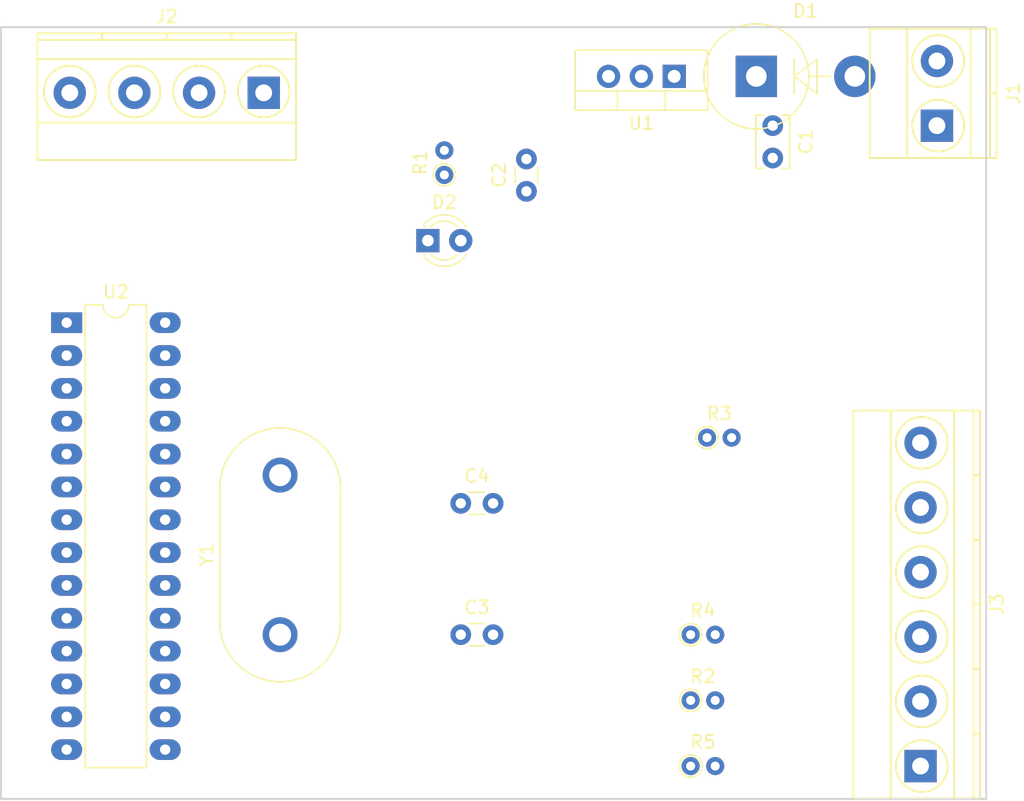
<source format=kicad_pcb>
(kicad_pcb (version 4) (host pcbnew 4.0.6-e0-6349~53~ubuntu16.04.1)

  (general
    (links 34)
    (no_connects 34)
    (area 121.844999 79.934999 198.195001 139.775001)
    (thickness 1.6)
    (drawings 4)
    (tracks 0)
    (zones 0)
    (modules 17)
    (nets 31)
  )

  (page A4)
  (layers
    (0 F.Cu signal)
    (31 B.Cu signal)
    (32 B.Adhes user)
    (33 F.Adhes user)
    (34 B.Paste user)
    (35 F.Paste user)
    (36 B.SilkS user)
    (37 F.SilkS user)
    (38 B.Mask user)
    (39 F.Mask user)
    (40 Dwgs.User user)
    (41 Cmts.User user)
    (42 Eco1.User user)
    (43 Eco2.User user)
    (44 Edge.Cuts user)
    (45 Margin user)
    (46 B.CrtYd user)
    (47 F.CrtYd user)
    (48 B.Fab user)
    (49 F.Fab user)
  )

  (setup
    (last_trace_width 0.25)
    (trace_clearance 0.2)
    (zone_clearance 0.508)
    (zone_45_only no)
    (trace_min 0.2)
    (segment_width 0.2)
    (edge_width 0.15)
    (via_size 0.6)
    (via_drill 0.4)
    (via_min_size 0.4)
    (via_min_drill 0.3)
    (uvia_size 0.3)
    (uvia_drill 0.1)
    (uvias_allowed no)
    (uvia_min_size 0.2)
    (uvia_min_drill 0.1)
    (pcb_text_width 0.3)
    (pcb_text_size 1.5 1.5)
    (mod_edge_width 0.15)
    (mod_text_size 1 1)
    (mod_text_width 0.15)
    (pad_size 1.524 1.524)
    (pad_drill 0.762)
    (pad_to_mask_clearance 0.2)
    (aux_axis_origin 0 0)
    (visible_elements FFFFFF7F)
    (pcbplotparams
      (layerselection 0x00030_80000001)
      (usegerberextensions false)
      (excludeedgelayer true)
      (linewidth 0.100000)
      (plotframeref false)
      (viasonmask false)
      (mode 1)
      (useauxorigin false)
      (hpglpennumber 1)
      (hpglpenspeed 20)
      (hpglpendiameter 15)
      (hpglpenoverlay 2)
      (psnegative false)
      (psa4output false)
      (plotreference true)
      (plotvalue true)
      (plotinvisibletext false)
      (padsonsilk false)
      (subtractmaskfromsilk false)
      (outputformat 1)
      (mirror false)
      (drillshape 1)
      (scaleselection 1)
      (outputdirectory ""))
  )

  (net 0 "")
  (net 1 "Net-(C1-Pad1)")
  (net 2 "Net-(C1-Pad2)")
  (net 3 "Net-(C2-Pad1)")
  (net 4 "Net-(D1-Pad2)")
  (net 5 "Net-(D2-Pad2)")
  (net 6 "Net-(J2-Pad4)")
  (net 7 "Net-(J2-Pad3)")
  (net 8 "Net-(J3-Pad6)")
  (net 9 "Net-(J3-Pad3)")
  (net 10 "Net-(J3-Pad1)")
  (net 11 "Net-(R2-Pad1)")
  (net 12 "Net-(U2-Pad1)")
  (net 13 "Net-(U2-Pad15)")
  (net 14 "Net-(U2-Pad2)")
  (net 15 "Net-(U2-Pad16)")
  (net 16 "Net-(U2-Pad3)")
  (net 17 "Net-(U2-Pad17)")
  (net 18 "Net-(U2-Pad4)")
  (net 19 "Net-(U2-Pad18)")
  (net 20 "Net-(U2-Pad5)")
  (net 21 "Net-(U2-Pad19)")
  (net 22 "Net-(U2-Pad6)")
  (net 23 "Net-(U2-Pad21)")
  (net 24 "Net-(U2-Pad11)")
  (net 25 "Net-(U2-Pad12)")
  (net 26 "Net-(U2-Pad26)")
  (net 27 "Net-(U2-Pad13)")
  (net 28 "Net-(U2-Pad14)")
  (net 29 "Net-(C3-Pad2)")
  (net 30 "Net-(C4-Pad2)")

  (net_class Default "This is the default net class."
    (clearance 0.2)
    (trace_width 0.25)
    (via_dia 0.6)
    (via_drill 0.4)
    (uvia_dia 0.3)
    (uvia_drill 0.1)
    (add_net "Net-(C1-Pad1)")
    (add_net "Net-(C1-Pad2)")
    (add_net "Net-(C2-Pad1)")
    (add_net "Net-(C3-Pad2)")
    (add_net "Net-(C4-Pad2)")
    (add_net "Net-(D1-Pad2)")
    (add_net "Net-(D2-Pad2)")
    (add_net "Net-(J2-Pad3)")
    (add_net "Net-(J2-Pad4)")
    (add_net "Net-(J3-Pad1)")
    (add_net "Net-(J3-Pad3)")
    (add_net "Net-(J3-Pad6)")
    (add_net "Net-(R2-Pad1)")
    (add_net "Net-(U2-Pad1)")
    (add_net "Net-(U2-Pad11)")
    (add_net "Net-(U2-Pad12)")
    (add_net "Net-(U2-Pad13)")
    (add_net "Net-(U2-Pad14)")
    (add_net "Net-(U2-Pad15)")
    (add_net "Net-(U2-Pad16)")
    (add_net "Net-(U2-Pad17)")
    (add_net "Net-(U2-Pad18)")
    (add_net "Net-(U2-Pad19)")
    (add_net "Net-(U2-Pad2)")
    (add_net "Net-(U2-Pad21)")
    (add_net "Net-(U2-Pad26)")
    (add_net "Net-(U2-Pad3)")
    (add_net "Net-(U2-Pad4)")
    (add_net "Net-(U2-Pad5)")
    (add_net "Net-(U2-Pad6)")
  )

  (module Connectors_Terminal_Blocks:TerminalBlock_Pheonix_MKDS1.5-4pol (layer F.Cu) (tedit 56300847) (tstamp 59AEBF28)
    (at 142.24 85.09 180)
    (descr "4-way 5mm pitch terminal block, Phoenix MKDS series")
    (path /59AEC5D9)
    (fp_text reference J2 (at 7.5 5.9 180) (layer F.SilkS)
      (effects (font (size 1 1) (thickness 0.15)))
    )
    (fp_text value "Con. LCD(-,+,SDA,SCL)" (at 7.5 -6.6 180) (layer F.Fab)
      (effects (font (size 1 1) (thickness 0.15)))
    )
    (fp_line (start -2.7 -5.4) (end 17.7 -5.4) (layer F.CrtYd) (width 0.05))
    (fp_line (start -2.7 4.8) (end -2.7 -5.4) (layer F.CrtYd) (width 0.05))
    (fp_line (start 17.7 4.8) (end -2.7 4.8) (layer F.CrtYd) (width 0.05))
    (fp_line (start 17.7 -5.4) (end 17.7 4.8) (layer F.CrtYd) (width 0.05))
    (fp_line (start 12.5 4.1) (end 12.5 4.6) (layer F.SilkS) (width 0.15))
    (fp_circle (center 15 0.1) (end 13 0.1) (layer F.SilkS) (width 0.15))
    (fp_circle (center 10 0.1) (end 8 0.1) (layer F.SilkS) (width 0.15))
    (fp_line (start 7.5 4.1) (end 7.5 4.6) (layer F.SilkS) (width 0.15))
    (fp_line (start 2.5 4.1) (end 2.5 4.6) (layer F.SilkS) (width 0.15))
    (fp_circle (center 5 0.1) (end 3 0.1) (layer F.SilkS) (width 0.15))
    (fp_circle (center 0 0.1) (end 2 0.1) (layer F.SilkS) (width 0.15))
    (fp_line (start -2.5 2.6) (end 17.5 2.6) (layer F.SilkS) (width 0.15))
    (fp_line (start -2.5 -2.3) (end 17.5 -2.3) (layer F.SilkS) (width 0.15))
    (fp_line (start -2.5 4.1) (end 17.5 4.1) (layer F.SilkS) (width 0.15))
    (fp_line (start -2.5 4.6) (end 17.5 4.6) (layer F.SilkS) (width 0.15))
    (fp_line (start 17.5 4.6) (end 17.5 -5.2) (layer F.SilkS) (width 0.15))
    (fp_line (start 17.5 -5.2) (end -2.5 -5.2) (layer F.SilkS) (width 0.15))
    (fp_line (start -2.5 -5.2) (end -2.5 4.6) (layer F.SilkS) (width 0.15))
    (pad 4 thru_hole circle (at 15 0 180) (size 2.5 2.5) (drill 1.3) (layers *.Cu *.Mask)
      (net 6 "Net-(J2-Pad4)"))
    (pad 3 thru_hole circle (at 10 0 180) (size 2.5 2.5) (drill 1.3) (layers *.Cu *.Mask)
      (net 7 "Net-(J2-Pad3)"))
    (pad 1 thru_hole rect (at 0 0 180) (size 2.5 2.5) (drill 1.3) (layers *.Cu *.Mask)
      (net 2 "Net-(C1-Pad2)"))
    (pad 2 thru_hole circle (at 5 0 180) (size 2.5 2.5) (drill 1.3) (layers *.Cu *.Mask)
      (net 3 "Net-(C2-Pad1)"))
    (model Terminal_Blocks.3dshapes/TerminalBlock_Pheonix_MKDS1.5-4pol.wrl
      (at (xyz 0.2953 0 0))
      (scale (xyz 1 1 1))
      (rotate (xyz 0 0 0))
    )
  )

  (module Capacitors_THT:C_Rect_L4.0mm_W2.5mm_P2.50mm (layer F.Cu) (tedit 597BC7C2) (tstamp 59AEBF08)
    (at 181.61 87.63 270)
    (descr "C, Rect series, Radial, pin pitch=2.50mm, , length*width=4*2.5mm^2, Capacitor")
    (tags "C Rect series Radial pin pitch 2.50mm  length 4mm width 2.5mm Capacitor")
    (path /59AEADD8)
    (fp_text reference C1 (at 1.25 -2.56 270) (layer F.SilkS)
      (effects (font (size 1 1) (thickness 0.15)))
    )
    (fp_text value 330nF (at 1.25 2.56 270) (layer F.Fab)
      (effects (font (size 1 1) (thickness 0.15)))
    )
    (fp_line (start -0.75 -1.25) (end -0.75 1.25) (layer F.Fab) (width 0.1))
    (fp_line (start -0.75 1.25) (end 3.25 1.25) (layer F.Fab) (width 0.1))
    (fp_line (start 3.25 1.25) (end 3.25 -1.25) (layer F.Fab) (width 0.1))
    (fp_line (start 3.25 -1.25) (end -0.75 -1.25) (layer F.Fab) (width 0.1))
    (fp_line (start -0.81 -1.31) (end 3.31 -1.31) (layer F.SilkS) (width 0.12))
    (fp_line (start -0.81 1.31) (end 3.31 1.31) (layer F.SilkS) (width 0.12))
    (fp_line (start -0.81 -1.31) (end -0.81 -0.75) (layer F.SilkS) (width 0.12))
    (fp_line (start -0.81 0.75) (end -0.81 1.31) (layer F.SilkS) (width 0.12))
    (fp_line (start 3.31 -1.31) (end 3.31 -0.75) (layer F.SilkS) (width 0.12))
    (fp_line (start 3.31 0.75) (end 3.31 1.31) (layer F.SilkS) (width 0.12))
    (fp_line (start -1.1 -1.6) (end -1.1 1.6) (layer F.CrtYd) (width 0.05))
    (fp_line (start -1.1 1.6) (end 3.6 1.6) (layer F.CrtYd) (width 0.05))
    (fp_line (start 3.6 1.6) (end 3.6 -1.6) (layer F.CrtYd) (width 0.05))
    (fp_line (start 3.6 -1.6) (end -1.1 -1.6) (layer F.CrtYd) (width 0.05))
    (fp_text user %R (at 1.25 0 270) (layer F.Fab)
      (effects (font (size 1 1) (thickness 0.15)))
    )
    (pad 1 thru_hole circle (at 0 0 270) (size 1.6 1.6) (drill 0.8) (layers *.Cu *.Mask)
      (net 1 "Net-(C1-Pad1)"))
    (pad 2 thru_hole circle (at 2.5 0 270) (size 1.6 1.6) (drill 0.8) (layers *.Cu *.Mask)
      (net 2 "Net-(C1-Pad2)"))
    (model ${KISYS3DMOD}/Capacitors_THT.3dshapes/C_Rect_L4.0mm_W2.5mm_P2.50mm.wrl
      (at (xyz 0 0 0))
      (scale (xyz 1 1 1))
      (rotate (xyz 0 0 0))
    )
  )

  (module Capacitors_THT:C_Disc_D3.0mm_W1.6mm_P2.50mm (layer F.Cu) (tedit 597BC7C2) (tstamp 59AEBF0E)
    (at 162.56 92.71 90)
    (descr "C, Disc series, Radial, pin pitch=2.50mm, , diameter*width=3.0*1.6mm^2, Capacitor, http://www.vishay.com/docs/45233/krseries.pdf")
    (tags "C Disc series Radial pin pitch 2.50mm  diameter 3.0mm width 1.6mm Capacitor")
    (path /59AEAEC9)
    (fp_text reference C2 (at 1.25 -2.11 90) (layer F.SilkS)
      (effects (font (size 1 1) (thickness 0.15)))
    )
    (fp_text value 100nF (at 1.25 2.11 90) (layer F.Fab)
      (effects (font (size 1 1) (thickness 0.15)))
    )
    (fp_line (start -0.25 -0.8) (end -0.25 0.8) (layer F.Fab) (width 0.1))
    (fp_line (start -0.25 0.8) (end 2.75 0.8) (layer F.Fab) (width 0.1))
    (fp_line (start 2.75 0.8) (end 2.75 -0.8) (layer F.Fab) (width 0.1))
    (fp_line (start 2.75 -0.8) (end -0.25 -0.8) (layer F.Fab) (width 0.1))
    (fp_line (start 0.663 -0.861) (end 1.837 -0.861) (layer F.SilkS) (width 0.12))
    (fp_line (start 0.663 0.861) (end 1.837 0.861) (layer F.SilkS) (width 0.12))
    (fp_line (start -1.05 -1.15) (end -1.05 1.15) (layer F.CrtYd) (width 0.05))
    (fp_line (start -1.05 1.15) (end 3.55 1.15) (layer F.CrtYd) (width 0.05))
    (fp_line (start 3.55 1.15) (end 3.55 -1.15) (layer F.CrtYd) (width 0.05))
    (fp_line (start 3.55 -1.15) (end -1.05 -1.15) (layer F.CrtYd) (width 0.05))
    (fp_text user %R (at 1.25 0 90) (layer F.Fab)
      (effects (font (size 1 1) (thickness 0.15)))
    )
    (pad 1 thru_hole circle (at 0 0 90) (size 1.6 1.6) (drill 0.8) (layers *.Cu *.Mask)
      (net 3 "Net-(C2-Pad1)"))
    (pad 2 thru_hole circle (at 2.5 0 90) (size 1.6 1.6) (drill 0.8) (layers *.Cu *.Mask)
      (net 2 "Net-(C1-Pad2)"))
    (model ${KISYS3DMOD}/Capacitors_THT.3dshapes/C_Disc_D3.0mm_W1.6mm_P2.50mm.wrl
      (at (xyz 0 0 0))
      (scale (xyz 1 1 1))
      (rotate (xyz 0 0 0))
    )
  )

  (module Diodes_THT:D_5KPW_P7.62mm_Vertical_AnodeUp (layer F.Cu) (tedit 5921392E) (tstamp 59AEBF14)
    (at 180.34 83.82)
    (descr "D, 5KPW series, Axial, Vertical, pin pitch=7.62mm, , length*diameter=9*8mm^2, , http://www.diodes.com/_files/packages/8686949.gif")
    (tags "D 5KPW series Axial Vertical pin pitch 7.62mm  length 9mm diameter 8mm")
    (path /59AEAD7B)
    (fp_text reference D1 (at 3.81 -5.06) (layer F.SilkS)
      (effects (font (size 1 1) (thickness 0.15)))
    )
    (fp_text value 1N4007 (at 3.81 5.06) (layer F.Fab)
      (effects (font (size 1 1) (thickness 0.15)))
    )
    (fp_text user K (at -4.76 0) (layer F.Fab)
      (effects (font (size 1 1) (thickness 0.15)))
    )
    (fp_text user %R (at 3.81 0) (layer F.Fab)
      (effects (font (size 1 1) (thickness 0.15)))
    )
    (fp_line (start 0 0) (end 7.62 0) (layer F.Fab) (width 0.1))
    (fp_line (start 4.06 0) (end 5.72 0) (layer F.SilkS) (width 0.12))
    (fp_line (start 2.921 -1.3335) (end 2.921 1.3335) (layer F.SilkS) (width 0.12))
    (fp_line (start 2.921 0) (end 4.699 -1.3335) (layer F.SilkS) (width 0.12))
    (fp_line (start 4.699 -1.3335) (end 4.699 1.3335) (layer F.SilkS) (width 0.12))
    (fp_line (start 4.699 1.3335) (end 2.921 0) (layer F.SilkS) (width 0.12))
    (fp_line (start -4.35 -4.35) (end -4.35 4.35) (layer F.CrtYd) (width 0.05))
    (fp_line (start -4.35 4.35) (end 9.55 4.35) (layer F.CrtYd) (width 0.05))
    (fp_line (start 9.55 4.35) (end 9.55 -4.35) (layer F.CrtYd) (width 0.05))
    (fp_line (start 9.55 -4.35) (end -4.35 -4.35) (layer F.CrtYd) (width 0.05))
    (fp_circle (center 0 0) (end 4 0) (layer F.Fab) (width 0.1))
    (fp_circle (center 0 0) (end 4.06 0) (layer F.SilkS) (width 0.12))
    (pad 1 thru_hole rect (at 0 0) (size 3.2 3.2) (drill 1.6) (layers *.Cu *.Mask)
      (net 1 "Net-(C1-Pad1)"))
    (pad 2 thru_hole oval (at 7.62 0) (size 3.2 3.2) (drill 1.6) (layers *.Cu *.Mask)
      (net 4 "Net-(D1-Pad2)"))
    (model ${KISYS3DMOD}/Diodes_THT.3dshapes/D_5KPW_P7.62mm_Vertical_AnodeUp.wrl
      (at (xyz 0 0 0))
      (scale (xyz 0.393701 0.393701 0.393701))
      (rotate (xyz 0 0 0))
    )
  )

  (module LEDs:LED_D3.0mm (layer F.Cu) (tedit 587A3A7B) (tstamp 59AEBF1A)
    (at 154.94 96.52)
    (descr "LED, diameter 3.0mm, 2 pins")
    (tags "LED diameter 3.0mm 2 pins")
    (path /59AEAF46)
    (fp_text reference D2 (at 1.27 -2.96) (layer F.SilkS)
      (effects (font (size 1 1) (thickness 0.15)))
    )
    (fp_text value LED (at 1.27 2.96) (layer F.Fab)
      (effects (font (size 1 1) (thickness 0.15)))
    )
    (fp_arc (start 1.27 0) (end -0.23 -1.16619) (angle 284.3) (layer F.Fab) (width 0.1))
    (fp_arc (start 1.27 0) (end -0.29 -1.235516) (angle 108.8) (layer F.SilkS) (width 0.12))
    (fp_arc (start 1.27 0) (end -0.29 1.235516) (angle -108.8) (layer F.SilkS) (width 0.12))
    (fp_arc (start 1.27 0) (end 0.229039 -1.08) (angle 87.9) (layer F.SilkS) (width 0.12))
    (fp_arc (start 1.27 0) (end 0.229039 1.08) (angle -87.9) (layer F.SilkS) (width 0.12))
    (fp_circle (center 1.27 0) (end 2.77 0) (layer F.Fab) (width 0.1))
    (fp_line (start -0.23 -1.16619) (end -0.23 1.16619) (layer F.Fab) (width 0.1))
    (fp_line (start -0.29 -1.236) (end -0.29 -1.08) (layer F.SilkS) (width 0.12))
    (fp_line (start -0.29 1.08) (end -0.29 1.236) (layer F.SilkS) (width 0.12))
    (fp_line (start -1.15 -2.25) (end -1.15 2.25) (layer F.CrtYd) (width 0.05))
    (fp_line (start -1.15 2.25) (end 3.7 2.25) (layer F.CrtYd) (width 0.05))
    (fp_line (start 3.7 2.25) (end 3.7 -2.25) (layer F.CrtYd) (width 0.05))
    (fp_line (start 3.7 -2.25) (end -1.15 -2.25) (layer F.CrtYd) (width 0.05))
    (pad 1 thru_hole rect (at 0 0) (size 1.8 1.8) (drill 0.9) (layers *.Cu *.Mask)
      (net 2 "Net-(C1-Pad2)"))
    (pad 2 thru_hole circle (at 2.54 0) (size 1.8 1.8) (drill 0.9) (layers *.Cu *.Mask)
      (net 5 "Net-(D2-Pad2)"))
    (model ${KISYS3DMOD}/LEDs.3dshapes/LED_D3.0mm.wrl
      (at (xyz 0 0 0))
      (scale (xyz 0.393701 0.393701 0.393701))
      (rotate (xyz 0 0 0))
    )
  )

  (module Connectors_Terminal_Blocks:TerminalBlock_Pheonix_MKDS1.5-2pol (layer F.Cu) (tedit 563007E4) (tstamp 59AEBF20)
    (at 194.31 87.63 90)
    (descr "2-way 5mm pitch terminal block, Phoenix MKDS series")
    (path /59AEC4C3)
    (fp_text reference J1 (at 2.5 5.9 90) (layer F.SilkS)
      (effects (font (size 1 1) (thickness 0.15)))
    )
    (fp_text value "Alimentare(+,-)" (at 2.5 -6.6 90) (layer F.Fab)
      (effects (font (size 1 1) (thickness 0.15)))
    )
    (fp_line (start -2.7 -5.4) (end 7.7 -5.4) (layer F.CrtYd) (width 0.05))
    (fp_line (start -2.7 4.8) (end -2.7 -5.4) (layer F.CrtYd) (width 0.05))
    (fp_line (start 7.7 4.8) (end -2.7 4.8) (layer F.CrtYd) (width 0.05))
    (fp_line (start 7.7 -5.4) (end 7.7 4.8) (layer F.CrtYd) (width 0.05))
    (fp_line (start 2.5 4.1) (end 2.5 4.6) (layer F.SilkS) (width 0.15))
    (fp_circle (center 5 0.1) (end 3 0.1) (layer F.SilkS) (width 0.15))
    (fp_circle (center 0 0.1) (end 2 0.1) (layer F.SilkS) (width 0.15))
    (fp_line (start -2.5 2.6) (end 7.5 2.6) (layer F.SilkS) (width 0.15))
    (fp_line (start -2.5 -2.3) (end 7.5 -2.3) (layer F.SilkS) (width 0.15))
    (fp_line (start -2.5 4.1) (end 7.5 4.1) (layer F.SilkS) (width 0.15))
    (fp_line (start -2.5 4.6) (end 7.5 4.6) (layer F.SilkS) (width 0.15))
    (fp_line (start 7.5 4.6) (end 7.5 -5.2) (layer F.SilkS) (width 0.15))
    (fp_line (start 7.5 -5.2) (end -2.5 -5.2) (layer F.SilkS) (width 0.15))
    (fp_line (start -2.5 -5.2) (end -2.5 4.6) (layer F.SilkS) (width 0.15))
    (pad 1 thru_hole rect (at 0 0 90) (size 2.5 2.5) (drill 1.3) (layers *.Cu *.Mask)
      (net 4 "Net-(D1-Pad2)"))
    (pad 2 thru_hole circle (at 5 0 90) (size 2.5 2.5) (drill 1.3) (layers *.Cu *.Mask)
      (net 2 "Net-(C1-Pad2)"))
    (model Terminal_Blocks.3dshapes/TerminalBlock_Pheonix_MKDS1.5-2pol.wrl
      (at (xyz 0.0984 0 0))
      (scale (xyz 1 1 1))
      (rotate (xyz 0 0 0))
    )
  )

  (module Connectors_Terminal_Blocks:TerminalBlock_Pheonix_MKDS1.5-6pol (layer F.Cu) (tedit 563008B5) (tstamp 59AEBF32)
    (at 193.04 137.16 90)
    (descr "6-way 5mm pitch terminal block, Phoenix MKDS series")
    (path /59AEBE07)
    (fp_text reference J3 (at 12.5 5.9 90) (layer F.SilkS)
      (effects (font (size 1 1) (thickness 0.15)))
    )
    (fp_text value "Con. externi(+,-,-,+,+,-)" (at 12.5 -6.6 90) (layer F.Fab)
      (effects (font (size 1 1) (thickness 0.15)))
    )
    (fp_line (start -2.7 -5.4) (end 27.7 -5.4) (layer F.CrtYd) (width 0.05))
    (fp_line (start -2.7 4.8) (end -2.7 -5.4) (layer F.CrtYd) (width 0.05))
    (fp_line (start 27.7 4.8) (end -2.7 4.8) (layer F.CrtYd) (width 0.05))
    (fp_line (start 27.7 -5.4) (end 27.7 4.8) (layer F.CrtYd) (width 0.05))
    (fp_circle (center 25 0.1) (end 23 0.1) (layer F.SilkS) (width 0.15))
    (fp_line (start 22.5 4.1) (end 22.5 4.6) (layer F.SilkS) (width 0.15))
    (fp_line (start 17.5 4.1) (end 17.5 4.6) (layer F.SilkS) (width 0.15))
    (fp_circle (center 20 0.1) (end 18 0.1) (layer F.SilkS) (width 0.15))
    (fp_line (start 12.5 4.1) (end 12.5 4.6) (layer F.SilkS) (width 0.15))
    (fp_circle (center 15 0.1) (end 13 0.1) (layer F.SilkS) (width 0.15))
    (fp_circle (center 10 0.1) (end 8 0.1) (layer F.SilkS) (width 0.15))
    (fp_line (start 7.5 4.1) (end 7.5 4.6) (layer F.SilkS) (width 0.15))
    (fp_line (start 2.5 4.1) (end 2.5 4.6) (layer F.SilkS) (width 0.15))
    (fp_circle (center 5 0.1) (end 3 0.1) (layer F.SilkS) (width 0.15))
    (fp_circle (center 0 0.1) (end 2 0.1) (layer F.SilkS) (width 0.15))
    (fp_line (start -2.5 2.6) (end 27.5 2.6) (layer F.SilkS) (width 0.15))
    (fp_line (start -2.5 -2.3) (end 27.5 -2.3) (layer F.SilkS) (width 0.15))
    (fp_line (start -2.5 4.1) (end 27.5 4.1) (layer F.SilkS) (width 0.15))
    (fp_line (start -2.5 4.6) (end 27.5 4.6) (layer F.SilkS) (width 0.15))
    (fp_line (start 27.5 4.6) (end 27.5 -5.2) (layer F.SilkS) (width 0.15))
    (fp_line (start 27.5 -5.2) (end -2.5 -5.2) (layer F.SilkS) (width 0.15))
    (fp_line (start -2.5 -5.2) (end -2.5 4.6) (layer F.SilkS) (width 0.15))
    (pad 6 thru_hole circle (at 25 0 90) (size 2.5 2.5) (drill 1.3) (layers *.Cu *.Mask)
      (net 8 "Net-(J3-Pad6)"))
    (pad 5 thru_hole circle (at 20 0 90) (size 2.5 2.5) (drill 1.3) (layers *.Cu *.Mask)
      (net 3 "Net-(C2-Pad1)"))
    (pad 4 thru_hole circle (at 15 0 90) (size 2.5 2.5) (drill 1.3) (layers *.Cu *.Mask)
      (net 3 "Net-(C2-Pad1)"))
    (pad 3 thru_hole circle (at 10 0 90) (size 2.5 2.5) (drill 1.3) (layers *.Cu *.Mask)
      (net 9 "Net-(J3-Pad3)"))
    (pad 1 thru_hole rect (at 0 0 90) (size 2.5 2.5) (drill 1.3) (layers *.Cu *.Mask)
      (net 10 "Net-(J3-Pad1)"))
    (pad 2 thru_hole circle (at 5 0 90) (size 2.5 2.5) (drill 1.3) (layers *.Cu *.Mask)
      (net 2 "Net-(C1-Pad2)"))
    (model Terminal_Blocks.3dshapes/TerminalBlock_Pheonix_MKDS1.5-6pol.wrl
      (at (xyz 0.4921 0 0))
      (scale (xyz 1 1 1))
      (rotate (xyz 0 0 0))
    )
  )

  (module Resistors_THT:R_Axial_DIN0204_L3.6mm_D1.6mm_P1.90mm_Vertical (layer F.Cu) (tedit 5874F706) (tstamp 59AEBF38)
    (at 156.21 91.44 90)
    (descr "Resistor, Axial_DIN0204 series, Axial, Vertical, pin pitch=1.9mm, 0.16666666666666666W = 1/6W, length*diameter=3.6*1.6mm^2, http://cdn-reichelt.de/documents/datenblatt/B400/1_4W%23YAG.pdf")
    (tags "Resistor Axial_DIN0204 series Axial Vertical pin pitch 1.9mm 0.16666666666666666W = 1/6W length 3.6mm diameter 1.6mm")
    (path /59AEAF05)
    (fp_text reference R1 (at 0.95 -1.86 90) (layer F.SilkS)
      (effects (font (size 1 1) (thickness 0.15)))
    )
    (fp_text value 220 (at 0.95 1.86 90) (layer F.Fab)
      (effects (font (size 1 1) (thickness 0.15)))
    )
    (fp_circle (center 0 0) (end 0.8 0) (layer F.Fab) (width 0.1))
    (fp_circle (center 0 0) (end 0.86 0) (layer F.SilkS) (width 0.12))
    (fp_line (start 0 0) (end 1.9 0) (layer F.Fab) (width 0.1))
    (fp_line (start 0.86 0) (end 0.9 0) (layer F.SilkS) (width 0.12))
    (fp_line (start -1.15 -1.15) (end -1.15 1.15) (layer F.CrtYd) (width 0.05))
    (fp_line (start -1.15 1.15) (end 2.95 1.15) (layer F.CrtYd) (width 0.05))
    (fp_line (start 2.95 1.15) (end 2.95 -1.15) (layer F.CrtYd) (width 0.05))
    (fp_line (start 2.95 -1.15) (end -1.15 -1.15) (layer F.CrtYd) (width 0.05))
    (pad 1 thru_hole circle (at 0 0 90) (size 1.4 1.4) (drill 0.7) (layers *.Cu *.Mask)
      (net 3 "Net-(C2-Pad1)"))
    (pad 2 thru_hole oval (at 1.9 0 90) (size 1.4 1.4) (drill 0.7) (layers *.Cu *.Mask)
      (net 5 "Net-(D2-Pad2)"))
    (model ${KISYS3DMOD}/Resistors_THT.3dshapes/R_Axial_DIN0204_L3.6mm_D1.6mm_P1.90mm_Vertical.wrl
      (at (xyz 0 0 0))
      (scale (xyz 0.393701 0.393701 0.393701))
      (rotate (xyz 0 0 0))
    )
  )

  (module Resistors_THT:R_Axial_DIN0204_L3.6mm_D1.6mm_P1.90mm_Vertical (layer F.Cu) (tedit 5874F706) (tstamp 59AEBF3E)
    (at 175.26 132.08)
    (descr "Resistor, Axial_DIN0204 series, Axial, Vertical, pin pitch=1.9mm, 0.16666666666666666W = 1/6W, length*diameter=3.6*1.6mm^2, http://cdn-reichelt.de/documents/datenblatt/B400/1_4W%23YAG.pdf")
    (tags "Resistor Axial_DIN0204 series Axial Vertical pin pitch 1.9mm 0.16666666666666666W = 1/6W length 3.6mm diameter 1.6mm")
    (path /59AEBF7C)
    (fp_text reference R2 (at 0.95 -1.86) (layer F.SilkS)
      (effects (font (size 1 1) (thickness 0.15)))
    )
    (fp_text value 10k (at 0.95 1.86) (layer F.Fab)
      (effects (font (size 1 1) (thickness 0.15)))
    )
    (fp_circle (center 0 0) (end 0.8 0) (layer F.Fab) (width 0.1))
    (fp_circle (center 0 0) (end 0.86 0) (layer F.SilkS) (width 0.12))
    (fp_line (start 0 0) (end 1.9 0) (layer F.Fab) (width 0.1))
    (fp_line (start 0.86 0) (end 0.9 0) (layer F.SilkS) (width 0.12))
    (fp_line (start -1.15 -1.15) (end -1.15 1.15) (layer F.CrtYd) (width 0.05))
    (fp_line (start -1.15 1.15) (end 2.95 1.15) (layer F.CrtYd) (width 0.05))
    (fp_line (start 2.95 1.15) (end 2.95 -1.15) (layer F.CrtYd) (width 0.05))
    (fp_line (start 2.95 -1.15) (end -1.15 -1.15) (layer F.CrtYd) (width 0.05))
    (pad 1 thru_hole circle (at 0 0) (size 1.4 1.4) (drill 0.7) (layers *.Cu *.Mask)
      (net 11 "Net-(R2-Pad1)"))
    (pad 2 thru_hole oval (at 1.9 0) (size 1.4 1.4) (drill 0.7) (layers *.Cu *.Mask)
      (net 2 "Net-(C1-Pad2)"))
    (model ${KISYS3DMOD}/Resistors_THT.3dshapes/R_Axial_DIN0204_L3.6mm_D1.6mm_P1.90mm_Vertical.wrl
      (at (xyz 0 0 0))
      (scale (xyz 0.393701 0.393701 0.393701))
      (rotate (xyz 0 0 0))
    )
  )

  (module Resistors_THT:R_Axial_DIN0204_L3.6mm_D1.6mm_P1.90mm_Vertical (layer F.Cu) (tedit 5874F706) (tstamp 59AEBF44)
    (at 176.53 111.76)
    (descr "Resistor, Axial_DIN0204 series, Axial, Vertical, pin pitch=1.9mm, 0.16666666666666666W = 1/6W, length*diameter=3.6*1.6mm^2, http://cdn-reichelt.de/documents/datenblatt/B400/1_4W%23YAG.pdf")
    (tags "Resistor Axial_DIN0204 series Axial Vertical pin pitch 1.9mm 0.16666666666666666W = 1/6W length 3.6mm diameter 1.6mm")
    (path /59AEBED8)
    (fp_text reference R3 (at 0.95 -1.86) (layer F.SilkS)
      (effects (font (size 1 1) (thickness 0.15)))
    )
    (fp_text value 100k (at 0.95 1.86) (layer F.Fab)
      (effects (font (size 1 1) (thickness 0.15)))
    )
    (fp_circle (center 0 0) (end 0.8 0) (layer F.Fab) (width 0.1))
    (fp_circle (center 0 0) (end 0.86 0) (layer F.SilkS) (width 0.12))
    (fp_line (start 0 0) (end 1.9 0) (layer F.Fab) (width 0.1))
    (fp_line (start 0.86 0) (end 0.9 0) (layer F.SilkS) (width 0.12))
    (fp_line (start -1.15 -1.15) (end -1.15 1.15) (layer F.CrtYd) (width 0.05))
    (fp_line (start -1.15 1.15) (end 2.95 1.15) (layer F.CrtYd) (width 0.05))
    (fp_line (start 2.95 1.15) (end 2.95 -1.15) (layer F.CrtYd) (width 0.05))
    (fp_line (start 2.95 -1.15) (end -1.15 -1.15) (layer F.CrtYd) (width 0.05))
    (pad 1 thru_hole circle (at 0 0) (size 1.4 1.4) (drill 0.7) (layers *.Cu *.Mask)
      (net 8 "Net-(J3-Pad6)"))
    (pad 2 thru_hole oval (at 1.9 0) (size 1.4 1.4) (drill 0.7) (layers *.Cu *.Mask)
      (net 2 "Net-(C1-Pad2)"))
    (model ${KISYS3DMOD}/Resistors_THT.3dshapes/R_Axial_DIN0204_L3.6mm_D1.6mm_P1.90mm_Vertical.wrl
      (at (xyz 0 0 0))
      (scale (xyz 0.393701 0.393701 0.393701))
      (rotate (xyz 0 0 0))
    )
  )

  (module Resistors_THT:R_Axial_DIN0204_L3.6mm_D1.6mm_P1.90mm_Vertical (layer F.Cu) (tedit 5874F706) (tstamp 59AEBF4A)
    (at 175.26 127)
    (descr "Resistor, Axial_DIN0204 series, Axial, Vertical, pin pitch=1.9mm, 0.16666666666666666W = 1/6W, length*diameter=3.6*1.6mm^2, http://cdn-reichelt.de/documents/datenblatt/B400/1_4W%23YAG.pdf")
    (tags "Resistor Axial_DIN0204 series Axial Vertical pin pitch 1.9mm 0.16666666666666666W = 1/6W length 3.6mm diameter 1.6mm")
    (path /59AEBF4A)
    (fp_text reference R4 (at 0.95 -1.86) (layer F.SilkS)
      (effects (font (size 1 1) (thickness 0.15)))
    )
    (fp_text value 100k (at 0.95 1.86) (layer F.Fab)
      (effects (font (size 1 1) (thickness 0.15)))
    )
    (fp_circle (center 0 0) (end 0.8 0) (layer F.Fab) (width 0.1))
    (fp_circle (center 0 0) (end 0.86 0) (layer F.SilkS) (width 0.12))
    (fp_line (start 0 0) (end 1.9 0) (layer F.Fab) (width 0.1))
    (fp_line (start 0.86 0) (end 0.9 0) (layer F.SilkS) (width 0.12))
    (fp_line (start -1.15 -1.15) (end -1.15 1.15) (layer F.CrtYd) (width 0.05))
    (fp_line (start -1.15 1.15) (end 2.95 1.15) (layer F.CrtYd) (width 0.05))
    (fp_line (start 2.95 1.15) (end 2.95 -1.15) (layer F.CrtYd) (width 0.05))
    (fp_line (start 2.95 -1.15) (end -1.15 -1.15) (layer F.CrtYd) (width 0.05))
    (pad 1 thru_hole circle (at 0 0) (size 1.4 1.4) (drill 0.7) (layers *.Cu *.Mask)
      (net 9 "Net-(J3-Pad3)"))
    (pad 2 thru_hole oval (at 1.9 0) (size 1.4 1.4) (drill 0.7) (layers *.Cu *.Mask)
      (net 2 "Net-(C1-Pad2)"))
    (model ${KISYS3DMOD}/Resistors_THT.3dshapes/R_Axial_DIN0204_L3.6mm_D1.6mm_P1.90mm_Vertical.wrl
      (at (xyz 0 0 0))
      (scale (xyz 0.393701 0.393701 0.393701))
      (rotate (xyz 0 0 0))
    )
  )

  (module Resistors_THT:R_Axial_DIN0204_L3.6mm_D1.6mm_P1.90mm_Vertical (layer F.Cu) (tedit 5874F706) (tstamp 59AEBF50)
    (at 175.26 137.16)
    (descr "Resistor, Axial_DIN0204 series, Axial, Vertical, pin pitch=1.9mm, 0.16666666666666666W = 1/6W, length*diameter=3.6*1.6mm^2, http://cdn-reichelt.de/documents/datenblatt/B400/1_4W%23YAG.pdf")
    (tags "Resistor Axial_DIN0204 series Axial Vertical pin pitch 1.9mm 0.16666666666666666W = 1/6W length 3.6mm diameter 1.6mm")
    (path /59AEBFB5)
    (fp_text reference R5 (at 0.95 -1.86) (layer F.SilkS)
      (effects (font (size 1 1) (thickness 0.15)))
    )
    (fp_text value 100k (at 0.95 1.86) (layer F.Fab)
      (effects (font (size 1 1) (thickness 0.15)))
    )
    (fp_circle (center 0 0) (end 0.8 0) (layer F.Fab) (width 0.1))
    (fp_circle (center 0 0) (end 0.86 0) (layer F.SilkS) (width 0.12))
    (fp_line (start 0 0) (end 1.9 0) (layer F.Fab) (width 0.1))
    (fp_line (start 0.86 0) (end 0.9 0) (layer F.SilkS) (width 0.12))
    (fp_line (start -1.15 -1.15) (end -1.15 1.15) (layer F.CrtYd) (width 0.05))
    (fp_line (start -1.15 1.15) (end 2.95 1.15) (layer F.CrtYd) (width 0.05))
    (fp_line (start 2.95 1.15) (end 2.95 -1.15) (layer F.CrtYd) (width 0.05))
    (fp_line (start 2.95 -1.15) (end -1.15 -1.15) (layer F.CrtYd) (width 0.05))
    (pad 1 thru_hole circle (at 0 0) (size 1.4 1.4) (drill 0.7) (layers *.Cu *.Mask)
      (net 10 "Net-(J3-Pad1)"))
    (pad 2 thru_hole oval (at 1.9 0) (size 1.4 1.4) (drill 0.7) (layers *.Cu *.Mask)
      (net 11 "Net-(R2-Pad1)"))
    (model ${KISYS3DMOD}/Resistors_THT.3dshapes/R_Axial_DIN0204_L3.6mm_D1.6mm_P1.90mm_Vertical.wrl
      (at (xyz 0 0 0))
      (scale (xyz 0.393701 0.393701 0.393701))
      (rotate (xyz 0 0 0))
    )
  )

  (module TO_SOT_Packages_THT:TO-220_Vertical (layer F.Cu) (tedit 58CE52AD) (tstamp 59AEBF57)
    (at 173.99 83.82 180)
    (descr "TO-220, Vertical, RM 2.54mm")
    (tags "TO-220 Vertical RM 2.54mm")
    (path /59AEABE8)
    (fp_text reference U1 (at 2.54 -3.62 180) (layer F.SilkS)
      (effects (font (size 1 1) (thickness 0.15)))
    )
    (fp_text value LM7805 (at 2.54 3.92 180) (layer F.Fab)
      (effects (font (size 1 1) (thickness 0.15)))
    )
    (fp_text user %R (at 2.54 -3.62 180) (layer F.Fab)
      (effects (font (size 1 1) (thickness 0.15)))
    )
    (fp_line (start -2.46 -2.5) (end -2.46 1.9) (layer F.Fab) (width 0.1))
    (fp_line (start -2.46 1.9) (end 7.54 1.9) (layer F.Fab) (width 0.1))
    (fp_line (start 7.54 1.9) (end 7.54 -2.5) (layer F.Fab) (width 0.1))
    (fp_line (start 7.54 -2.5) (end -2.46 -2.5) (layer F.Fab) (width 0.1))
    (fp_line (start -2.46 -1.23) (end 7.54 -1.23) (layer F.Fab) (width 0.1))
    (fp_line (start 0.69 -2.5) (end 0.69 -1.23) (layer F.Fab) (width 0.1))
    (fp_line (start 4.39 -2.5) (end 4.39 -1.23) (layer F.Fab) (width 0.1))
    (fp_line (start -2.58 -2.62) (end 7.66 -2.62) (layer F.SilkS) (width 0.12))
    (fp_line (start -2.58 2.021) (end 7.66 2.021) (layer F.SilkS) (width 0.12))
    (fp_line (start -2.58 -2.62) (end -2.58 2.021) (layer F.SilkS) (width 0.12))
    (fp_line (start 7.66 -2.62) (end 7.66 2.021) (layer F.SilkS) (width 0.12))
    (fp_line (start -2.58 -1.11) (end 7.66 -1.11) (layer F.SilkS) (width 0.12))
    (fp_line (start 0.69 -2.62) (end 0.69 -1.11) (layer F.SilkS) (width 0.12))
    (fp_line (start 4.391 -2.62) (end 4.391 -1.11) (layer F.SilkS) (width 0.12))
    (fp_line (start -2.71 -2.75) (end -2.71 2.16) (layer F.CrtYd) (width 0.05))
    (fp_line (start -2.71 2.16) (end 7.79 2.16) (layer F.CrtYd) (width 0.05))
    (fp_line (start 7.79 2.16) (end 7.79 -2.75) (layer F.CrtYd) (width 0.05))
    (fp_line (start 7.79 -2.75) (end -2.71 -2.75) (layer F.CrtYd) (width 0.05))
    (pad 1 thru_hole rect (at 0 0 180) (size 1.8 1.8) (drill 1) (layers *.Cu *.Mask))
    (pad 2 thru_hole oval (at 2.54 0 180) (size 1.8 1.8) (drill 1) (layers *.Cu *.Mask))
    (pad 3 thru_hole oval (at 5.08 0 180) (size 1.8 1.8) (drill 1) (layers *.Cu *.Mask))
    (model ${KISYS3DMOD}/TO_SOT_Packages_THT.3dshapes/TO-220_Vertical.wrl
      (at (xyz 0.1 0 0))
      (scale (xyz 0.393701 0.393701 0.393701))
      (rotate (xyz 0 0 0))
    )
  )

  (module Housings_DIP:DIP-28_W7.62mm_LongPads (layer F.Cu) (tedit 58CC8E2F) (tstamp 59AEBF77)
    (at 127 102.87)
    (descr "28-lead dip package, row spacing 7.62 mm (300 mils), LongPads")
    (tags "DIL DIP PDIP 2.54mm 7.62mm 300mil LongPads")
    (path /59AEAA66)
    (fp_text reference U2 (at 3.81 -2.39) (layer F.SilkS)
      (effects (font (size 1 1) (thickness 0.15)))
    )
    (fp_text value ATMEGA328P-PU (at 3.81 35.41) (layer F.Fab)
      (effects (font (size 1 1) (thickness 0.15)))
    )
    (fp_text user %R (at 3.81 16.51) (layer F.Fab)
      (effects (font (size 1 1) (thickness 0.15)))
    )
    (fp_line (start 1.635 -1.27) (end 6.985 -1.27) (layer F.Fab) (width 0.1))
    (fp_line (start 6.985 -1.27) (end 6.985 34.29) (layer F.Fab) (width 0.1))
    (fp_line (start 6.985 34.29) (end 0.635 34.29) (layer F.Fab) (width 0.1))
    (fp_line (start 0.635 34.29) (end 0.635 -0.27) (layer F.Fab) (width 0.1))
    (fp_line (start 0.635 -0.27) (end 1.635 -1.27) (layer F.Fab) (width 0.1))
    (fp_line (start 2.81 -1.39) (end 1.44 -1.39) (layer F.SilkS) (width 0.12))
    (fp_line (start 1.44 -1.39) (end 1.44 34.41) (layer F.SilkS) (width 0.12))
    (fp_line (start 1.44 34.41) (end 6.18 34.41) (layer F.SilkS) (width 0.12))
    (fp_line (start 6.18 34.41) (end 6.18 -1.39) (layer F.SilkS) (width 0.12))
    (fp_line (start 6.18 -1.39) (end 4.81 -1.39) (layer F.SilkS) (width 0.12))
    (fp_line (start -1.5 -1.6) (end -1.5 34.6) (layer F.CrtYd) (width 0.05))
    (fp_line (start -1.5 34.6) (end 9.1 34.6) (layer F.CrtYd) (width 0.05))
    (fp_line (start 9.1 34.6) (end 9.1 -1.6) (layer F.CrtYd) (width 0.05))
    (fp_line (start 9.1 -1.6) (end -1.5 -1.6) (layer F.CrtYd) (width 0.05))
    (fp_arc (start 3.81 -1.39) (end 2.81 -1.39) (angle -180) (layer F.SilkS) (width 0.12))
    (pad 1 thru_hole rect (at 0 0) (size 2.4 1.6) (drill 0.8) (layers *.Cu *.Mask)
      (net 12 "Net-(U2-Pad1)"))
    (pad 15 thru_hole oval (at 7.62 33.02) (size 2.4 1.6) (drill 0.8) (layers *.Cu *.Mask)
      (net 13 "Net-(U2-Pad15)"))
    (pad 2 thru_hole oval (at 0 2.54) (size 2.4 1.6) (drill 0.8) (layers *.Cu *.Mask)
      (net 14 "Net-(U2-Pad2)"))
    (pad 16 thru_hole oval (at 7.62 30.48) (size 2.4 1.6) (drill 0.8) (layers *.Cu *.Mask)
      (net 15 "Net-(U2-Pad16)"))
    (pad 3 thru_hole oval (at 0 5.08) (size 2.4 1.6) (drill 0.8) (layers *.Cu *.Mask)
      (net 16 "Net-(U2-Pad3)"))
    (pad 17 thru_hole oval (at 7.62 27.94) (size 2.4 1.6) (drill 0.8) (layers *.Cu *.Mask)
      (net 17 "Net-(U2-Pad17)"))
    (pad 4 thru_hole oval (at 0 7.62) (size 2.4 1.6) (drill 0.8) (layers *.Cu *.Mask)
      (net 18 "Net-(U2-Pad4)"))
    (pad 18 thru_hole oval (at 7.62 25.4) (size 2.4 1.6) (drill 0.8) (layers *.Cu *.Mask)
      (net 19 "Net-(U2-Pad18)"))
    (pad 5 thru_hole oval (at 0 10.16) (size 2.4 1.6) (drill 0.8) (layers *.Cu *.Mask)
      (net 20 "Net-(U2-Pad5)"))
    (pad 19 thru_hole oval (at 7.62 22.86) (size 2.4 1.6) (drill 0.8) (layers *.Cu *.Mask)
      (net 21 "Net-(U2-Pad19)"))
    (pad 6 thru_hole oval (at 0 12.7) (size 2.4 1.6) (drill 0.8) (layers *.Cu *.Mask)
      (net 22 "Net-(U2-Pad6)"))
    (pad 20 thru_hole oval (at 7.62 20.32) (size 2.4 1.6) (drill 0.8) (layers *.Cu *.Mask)
      (net 3 "Net-(C2-Pad1)"))
    (pad 7 thru_hole oval (at 0 15.24) (size 2.4 1.6) (drill 0.8) (layers *.Cu *.Mask)
      (net 3 "Net-(C2-Pad1)"))
    (pad 21 thru_hole oval (at 7.62 17.78) (size 2.4 1.6) (drill 0.8) (layers *.Cu *.Mask)
      (net 23 "Net-(U2-Pad21)"))
    (pad 8 thru_hole oval (at 0 17.78) (size 2.4 1.6) (drill 0.8) (layers *.Cu *.Mask)
      (net 2 "Net-(C1-Pad2)"))
    (pad 22 thru_hole oval (at 7.62 15.24) (size 2.4 1.6) (drill 0.8) (layers *.Cu *.Mask)
      (net 2 "Net-(C1-Pad2)"))
    (pad 9 thru_hole oval (at 0 20.32) (size 2.4 1.6) (drill 0.8) (layers *.Cu *.Mask)
      (net 29 "Net-(C3-Pad2)"))
    (pad 23 thru_hole oval (at 7.62 12.7) (size 2.4 1.6) (drill 0.8) (layers *.Cu *.Mask)
      (net 11 "Net-(R2-Pad1)"))
    (pad 10 thru_hole oval (at 0 22.86) (size 2.4 1.6) (drill 0.8) (layers *.Cu *.Mask)
      (net 30 "Net-(C4-Pad2)"))
    (pad 24 thru_hole oval (at 7.62 10.16) (size 2.4 1.6) (drill 0.8) (layers *.Cu *.Mask)
      (net 9 "Net-(J3-Pad3)"))
    (pad 11 thru_hole oval (at 0 25.4) (size 2.4 1.6) (drill 0.8) (layers *.Cu *.Mask)
      (net 24 "Net-(U2-Pad11)"))
    (pad 25 thru_hole oval (at 7.62 7.62) (size 2.4 1.6) (drill 0.8) (layers *.Cu *.Mask)
      (net 8 "Net-(J3-Pad6)"))
    (pad 12 thru_hole oval (at 0 27.94) (size 2.4 1.6) (drill 0.8) (layers *.Cu *.Mask)
      (net 25 "Net-(U2-Pad12)"))
    (pad 26 thru_hole oval (at 7.62 5.08) (size 2.4 1.6) (drill 0.8) (layers *.Cu *.Mask)
      (net 26 "Net-(U2-Pad26)"))
    (pad 13 thru_hole oval (at 0 30.48) (size 2.4 1.6) (drill 0.8) (layers *.Cu *.Mask)
      (net 27 "Net-(U2-Pad13)"))
    (pad 27 thru_hole oval (at 7.62 2.54) (size 2.4 1.6) (drill 0.8) (layers *.Cu *.Mask)
      (net 7 "Net-(J2-Pad3)"))
    (pad 14 thru_hole oval (at 0 33.02) (size 2.4 1.6) (drill 0.8) (layers *.Cu *.Mask)
      (net 28 "Net-(U2-Pad14)"))
    (pad 28 thru_hole oval (at 7.62 0) (size 2.4 1.6) (drill 0.8) (layers *.Cu *.Mask)
      (net 6 "Net-(J2-Pad4)"))
    (model ${KISYS3DMOD}/Housings_DIP.3dshapes/DIP-28_W7.62mm_LongPads.wrl
      (at (xyz 0 0 0))
      (scale (xyz 1 1 1))
      (rotate (xyz 0 0 0))
    )
  )

  (module Capacitors_THT:C_Disc_D3.0mm_W1.6mm_P2.50mm (layer F.Cu) (tedit 597BC7C2) (tstamp 59B00511)
    (at 157.48 127)
    (descr "C, Disc series, Radial, pin pitch=2.50mm, , diameter*width=3.0*1.6mm^2, Capacitor, http://www.vishay.com/docs/45233/krseries.pdf")
    (tags "C Disc series Radial pin pitch 2.50mm  diameter 3.0mm width 1.6mm Capacitor")
    (path /59B01D13)
    (fp_text reference C3 (at 1.25 -2.11) (layer F.SilkS)
      (effects (font (size 1 1) (thickness 0.15)))
    )
    (fp_text value 22pF (at 1.25 2.11) (layer F.Fab)
      (effects (font (size 1 1) (thickness 0.15)))
    )
    (fp_line (start -0.25 -0.8) (end -0.25 0.8) (layer F.Fab) (width 0.1))
    (fp_line (start -0.25 0.8) (end 2.75 0.8) (layer F.Fab) (width 0.1))
    (fp_line (start 2.75 0.8) (end 2.75 -0.8) (layer F.Fab) (width 0.1))
    (fp_line (start 2.75 -0.8) (end -0.25 -0.8) (layer F.Fab) (width 0.1))
    (fp_line (start 0.663 -0.861) (end 1.837 -0.861) (layer F.SilkS) (width 0.12))
    (fp_line (start 0.663 0.861) (end 1.837 0.861) (layer F.SilkS) (width 0.12))
    (fp_line (start -1.05 -1.15) (end -1.05 1.15) (layer F.CrtYd) (width 0.05))
    (fp_line (start -1.05 1.15) (end 3.55 1.15) (layer F.CrtYd) (width 0.05))
    (fp_line (start 3.55 1.15) (end 3.55 -1.15) (layer F.CrtYd) (width 0.05))
    (fp_line (start 3.55 -1.15) (end -1.05 -1.15) (layer F.CrtYd) (width 0.05))
    (fp_text user %R (at 1.25 0) (layer F.Fab)
      (effects (font (size 1 1) (thickness 0.15)))
    )
    (pad 1 thru_hole circle (at 0 0) (size 1.6 1.6) (drill 0.8) (layers *.Cu *.Mask)
      (net 2 "Net-(C1-Pad2)"))
    (pad 2 thru_hole circle (at 2.5 0) (size 1.6 1.6) (drill 0.8) (layers *.Cu *.Mask)
      (net 29 "Net-(C3-Pad2)"))
    (model ${KISYS3DMOD}/Capacitors_THT.3dshapes/C_Disc_D3.0mm_W1.6mm_P2.50mm.wrl
      (at (xyz 0 0 0))
      (scale (xyz 1 1 1))
      (rotate (xyz 0 0 0))
    )
  )

  (module Capacitors_THT:C_Disc_D3.0mm_W1.6mm_P2.50mm (layer F.Cu) (tedit 597BC7C2) (tstamp 59B00517)
    (at 157.48 116.84)
    (descr "C, Disc series, Radial, pin pitch=2.50mm, , diameter*width=3.0*1.6mm^2, Capacitor, http://www.vishay.com/docs/45233/krseries.pdf")
    (tags "C Disc series Radial pin pitch 2.50mm  diameter 3.0mm width 1.6mm Capacitor")
    (path /59B01D8A)
    (fp_text reference C4 (at 1.25 -2.11) (layer F.SilkS)
      (effects (font (size 1 1) (thickness 0.15)))
    )
    (fp_text value 22pF (at 1.25 2.11) (layer F.Fab)
      (effects (font (size 1 1) (thickness 0.15)))
    )
    (fp_line (start -0.25 -0.8) (end -0.25 0.8) (layer F.Fab) (width 0.1))
    (fp_line (start -0.25 0.8) (end 2.75 0.8) (layer F.Fab) (width 0.1))
    (fp_line (start 2.75 0.8) (end 2.75 -0.8) (layer F.Fab) (width 0.1))
    (fp_line (start 2.75 -0.8) (end -0.25 -0.8) (layer F.Fab) (width 0.1))
    (fp_line (start 0.663 -0.861) (end 1.837 -0.861) (layer F.SilkS) (width 0.12))
    (fp_line (start 0.663 0.861) (end 1.837 0.861) (layer F.SilkS) (width 0.12))
    (fp_line (start -1.05 -1.15) (end -1.05 1.15) (layer F.CrtYd) (width 0.05))
    (fp_line (start -1.05 1.15) (end 3.55 1.15) (layer F.CrtYd) (width 0.05))
    (fp_line (start 3.55 1.15) (end 3.55 -1.15) (layer F.CrtYd) (width 0.05))
    (fp_line (start 3.55 -1.15) (end -1.05 -1.15) (layer F.CrtYd) (width 0.05))
    (fp_text user %R (at 1.25 0) (layer F.Fab)
      (effects (font (size 1 1) (thickness 0.15)))
    )
    (pad 1 thru_hole circle (at 0 0) (size 1.6 1.6) (drill 0.8) (layers *.Cu *.Mask)
      (net 2 "Net-(C1-Pad2)"))
    (pad 2 thru_hole circle (at 2.5 0) (size 1.6 1.6) (drill 0.8) (layers *.Cu *.Mask)
      (net 30 "Net-(C4-Pad2)"))
    (model ${KISYS3DMOD}/Capacitors_THT.3dshapes/C_Disc_D3.0mm_W1.6mm_P2.50mm.wrl
      (at (xyz 0 0 0))
      (scale (xyz 1 1 1))
      (rotate (xyz 0 0 0))
    )
  )

  (module Crystals:Crystal_HC33-U_Vertical (layer F.Cu) (tedit 58CD2E9C) (tstamp 59B0051D)
    (at 143.51 127 90)
    (descr "Crystal THT HC-33/U, http://pdi.bentech-taiwan.com/PDI/GEN20SPEV20HC3320U.pdf")
    (tags "THT crystalHC-33/U")
    (path /59B01C2F)
    (fp_text reference Y1 (at 6.17 -5.67 90) (layer F.SilkS)
      (effects (font (size 1 1) (thickness 0.15)))
    )
    (fp_text value 16MHz (at 6.17 5.67 90) (layer F.Fab)
      (effects (font (size 1 1) (thickness 0.15)))
    )
    (fp_text user %R (at 6.17 0 90) (layer F.Fab)
      (effects (font (size 1 1) (thickness 0.15)))
    )
    (fp_line (start 1.025 -4.47) (end 11.315 -4.47) (layer F.Fab) (width 0.1))
    (fp_line (start 1.025 4.47) (end 11.315 4.47) (layer F.Fab) (width 0.1))
    (fp_line (start 0.985 -4.025) (end 11.355 -4.025) (layer F.Fab) (width 0.1))
    (fp_line (start 0.985 4.025) (end 11.355 4.025) (layer F.Fab) (width 0.1))
    (fp_line (start 1.025 -4.67) (end 11.315 -4.67) (layer F.SilkS) (width 0.12))
    (fp_line (start 1.025 4.67) (end 11.315 4.67) (layer F.SilkS) (width 0.12))
    (fp_line (start -3.9 -5) (end -3.9 5) (layer F.CrtYd) (width 0.05))
    (fp_line (start -3.9 5) (end 16.3 5) (layer F.CrtYd) (width 0.05))
    (fp_line (start 16.3 5) (end 16.3 -5) (layer F.CrtYd) (width 0.05))
    (fp_line (start 16.3 -5) (end -3.9 -5) (layer F.CrtYd) (width 0.05))
    (fp_arc (start 1.025 0) (end 1.025 -4.47) (angle -180) (layer F.Fab) (width 0.1))
    (fp_arc (start 11.315 0) (end 11.315 -4.47) (angle 180) (layer F.Fab) (width 0.1))
    (fp_arc (start 0.985 0) (end 0.985 -4.025) (angle -180) (layer F.Fab) (width 0.1))
    (fp_arc (start 11.355 0) (end 11.355 -4.025) (angle 180) (layer F.Fab) (width 0.1))
    (fp_arc (start 1.025 0) (end 1.025 -4.67) (angle -180) (layer F.SilkS) (width 0.12))
    (fp_arc (start 11.315 0) (end 11.315 -4.67) (angle 180) (layer F.SilkS) (width 0.12))
    (pad 1 thru_hole circle (at 0 0 90) (size 2.7 2.7) (drill 1.7) (layers *.Cu *.Mask)
      (net 29 "Net-(C3-Pad2)"))
    (pad 2 thru_hole circle (at 12.34 0 90) (size 2.7 2.7) (drill 1.7) (layers *.Cu *.Mask)
      (net 30 "Net-(C4-Pad2)"))
    (model ${KISYS3DMOD}/Crystals.3dshapes/Crystal_HC33-U_Vertical.wrl
      (at (xyz 0 0 0))
      (scale (xyz 0.393701 0.393701 0.393701))
      (rotate (xyz 0 0 0))
    )
  )

  (gr_line (start 121.92 139.7) (end 121.92 80.01) (angle 90) (layer Edge.Cuts) (width 0.15))
  (gr_line (start 198.12 139.7) (end 121.92 139.7) (angle 90) (layer Edge.Cuts) (width 0.15))
  (gr_line (start 198.12 80.01) (end 198.12 139.7) (angle 90) (layer Edge.Cuts) (width 0.15))
  (gr_line (start 121.92 80.01) (end 198.12 80.01) (angle 90) (layer Edge.Cuts) (width 0.15))

)

</source>
